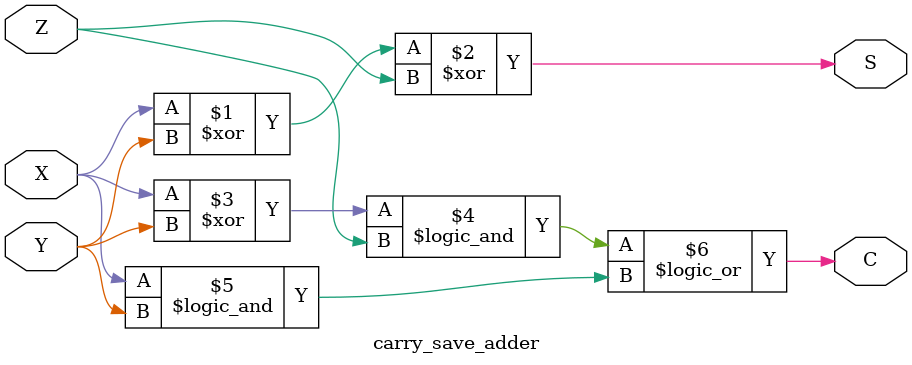
<source format=v>
`timescale 1ns / 1ps
module carry_save_adder(
        X,
        Y,
        Z,
        C,
        S
    );
    parameter NBITS = 1;
    input [NBITS-1:0] X;
    input [NBITS-1:0] Y;
    input [NBITS-1:0] Z;
    output [NBITS-1:0] C;
    output [NBITS-1:0] S;
    
    generate
        genvar i;
        for (i=0;i<NBITS;i=i+1) begin
            assign S[i] = X[i] ^ Y[i] ^ Z[i];
            assign C[i] = ((X[i] ^ Y[i]) && Z[i]) || (X[i] && Y[i]);
        end
    endgenerate
endmodule

</source>
